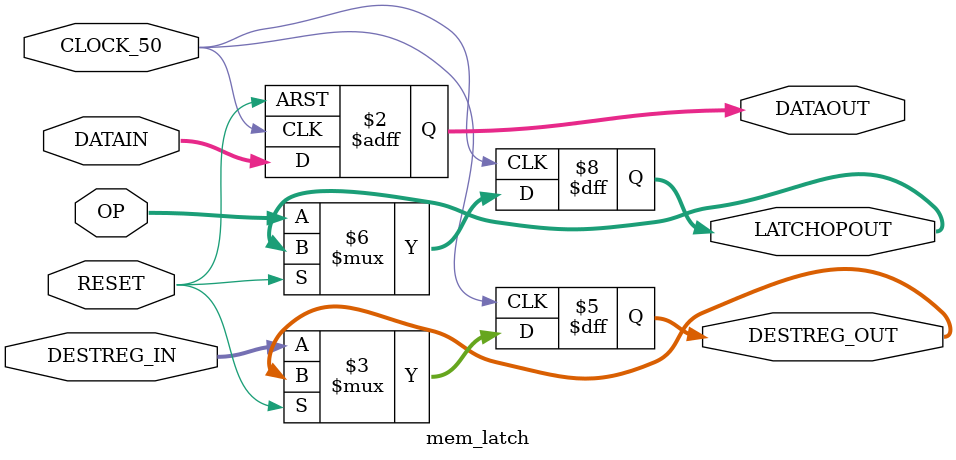
<source format=v>
module MEM(CLOCK_50, RESET, OP_IN, ADDR, DATAIN, MEM_RESULT, LATCHDATAOUT, OP_OUT,LATCHOPOUT,DESTREG_IN,DESTREG_OUT);
//for r/w = 0 it is read, for r/w = 1 it is write
input CLOCK_50, RESET;
input[1:0] OP_IN;
input[2:0] DESTREG_IN;
output[2:0] DESTREG_OUT;
output[1:0] OP_OUT,LATCHOPOUT;
input [15:0] DATAIN ,ADDR;
wire [15:0] LATCHDATAIN;

output [15:0] LATCHDATAOUT,MEM_RESULT;

reg [15:0] mem[0:65535];

mem_latch memlatch(CLOCK_50,RESET, LATCHDATAIN, LATCHDATAOUT,OP_IN,LATCHOPOUT,DESTREG_IN,DESTREG_OUT);
always @(posedge CLOCK_50) begin
	if(OP_IN[1] && OP_IN[0]) begin
			//if it is write
			mem[ADDR] <= DATAIN;
	end
end

assign LATCHDATAIN = (OP_IN[1] && !OP_IN[0]) ? mem[ADDR] : ADDR;
assign OP_OUT = OP_IN;
assign MEM_RESULT = DATAIN;
endmodule

module mem_latch(CLOCK_50, RESET, DATAIN, DATAOUT,OP,LATCHOPOUT,DESTREG_IN,DESTREG_OUT);//more control signals may have to be forwarded
input CLOCK_50, RESET;
input [15:0] DATAIN;
input [2:0] DESTREG_IN;
input [1:0] OP;
output reg [15:0] DATAOUT;
output reg[2:0] DESTREG_OUT;
output reg[1:0] LATCHOPOUT;
always @ (posedge CLOCK_50 or posedge RESET)
	if(RESET)
	begin
		DATAOUT <= 'd0;
	end
	else
	begin
		DATAOUT<=DATAIN;
		LATCHOPOUT <= OP;
		DESTREG_OUT<=DESTREG_IN;
	end
endmodule 
</source>
